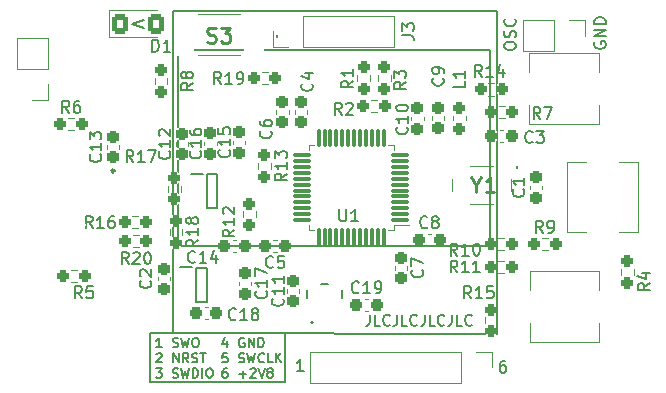
<source format=gto>
G04 #@! TF.GenerationSoftware,KiCad,Pcbnew,(6.0.2-0)*
G04 #@! TF.CreationDate,2022-02-13T15:07:21-08:00*
G04 #@! TF.ProjectId,TimTime,54696d54-696d-4652-9e6b-696361645f70,rev?*
G04 #@! TF.SameCoordinates,Original*
G04 #@! TF.FileFunction,Legend,Top*
G04 #@! TF.FilePolarity,Positive*
%FSLAX46Y46*%
G04 Gerber Fmt 4.6, Leading zero omitted, Abs format (unit mm)*
G04 Created by KiCad (PCBNEW (6.0.2-0)) date 2022-02-13 15:07:21*
%MOMM*%
%LPD*%
G01*
G04 APERTURE LIST*
G04 Aperture macros list*
%AMRoundRect*
0 Rectangle with rounded corners*
0 $1 Rounding radius*
0 $2 $3 $4 $5 $6 $7 $8 $9 X,Y pos of 4 corners*
0 Add a 4 corners polygon primitive as box body*
4,1,4,$2,$3,$4,$5,$6,$7,$8,$9,$2,$3,0*
0 Add four circle primitives for the rounded corners*
1,1,$1+$1,$2,$3*
1,1,$1+$1,$4,$5*
1,1,$1+$1,$6,$7*
1,1,$1+$1,$8,$9*
0 Add four rect primitives between the rounded corners*
20,1,$1+$1,$2,$3,$4,$5,0*
20,1,$1+$1,$4,$5,$6,$7,0*
20,1,$1+$1,$6,$7,$8,$9,0*
20,1,$1+$1,$8,$9,$2,$3,0*%
G04 Aperture macros list end*
%ADD10C,0.150000*%
%ADD11C,0.200000*%
%ADD12C,0.153000*%
%ADD13C,0.140000*%
%ADD14C,0.254000*%
%ADD15C,0.100000*%
%ADD16C,0.120000*%
%ADD17C,0.127000*%
%ADD18R,1.200000X1.000000*%
%ADD19RoundRect,0.237500X0.237500X-0.300000X0.237500X0.300000X-0.237500X0.300000X-0.237500X-0.300000X0*%
%ADD20RoundRect,0.237500X0.300000X0.237500X-0.300000X0.237500X-0.300000X-0.237500X0.300000X-0.237500X0*%
%ADD21RoundRect,0.237500X-0.237500X0.300000X-0.237500X-0.300000X0.237500X-0.300000X0.237500X0.300000X0*%
%ADD22RoundRect,0.237500X-0.300000X-0.237500X0.300000X-0.237500X0.300000X0.237500X-0.300000X0.237500X0*%
%ADD23R,1.050000X0.550000*%
%ADD24RoundRect,0.237500X0.250000X0.237500X-0.250000X0.237500X-0.250000X-0.237500X0.250000X-0.237500X0*%
%ADD25RoundRect,0.237500X-0.250000X-0.237500X0.250000X-0.237500X0.250000X0.237500X-0.250000X0.237500X0*%
%ADD26RoundRect,0.237500X-0.237500X0.250000X-0.237500X-0.250000X0.237500X-0.250000X0.237500X0.250000X0*%
%ADD27RoundRect,0.237500X0.237500X-0.250000X0.237500X0.250000X-0.237500X0.250000X-0.237500X-0.250000X0*%
%ADD28R,2.000000X2.000000*%
%ADD29R,1.700000X3.700000*%
%ADD30C,1.200000*%
%ADD31O,2.616000X1.308000*%
%ADD32O,1.308000X2.616000*%
%ADD33RoundRect,0.250001X-0.462499X-0.624999X0.462499X-0.624999X0.462499X0.624999X-0.462499X0.624999X0*%
%ADD34R,0.800000X0.300000*%
%ADD35R,1.750000X2.480000*%
%ADD36C,0.650000*%
%ADD37O,2.216000X1.108000*%
%ADD38R,1.700000X1.700000*%
%ADD39O,1.700000X1.700000*%
%ADD40RoundRect,0.237500X0.237500X-0.287500X0.237500X0.287500X-0.237500X0.287500X-0.237500X-0.287500X0*%
%ADD41RoundRect,0.075000X0.662500X0.075000X-0.662500X0.075000X-0.662500X-0.075000X0.662500X-0.075000X0*%
%ADD42RoundRect,0.075000X0.075000X0.662500X-0.075000X0.662500X-0.075000X-0.662500X0.075000X-0.662500X0*%
%ADD43R,0.590000X1.210000*%
%ADD44C,0.800000*%
%ADD45C,6.400000*%
G04 APERTURE END LIST*
D10*
X121604019Y-90909733D02*
X120604019Y-90576400D01*
X121604019Y-90243066D01*
D11*
X159774000Y-92100304D02*
X159726380Y-92195542D01*
X159726380Y-92338400D01*
X159774000Y-92481257D01*
X159869238Y-92576495D01*
X159964476Y-92624114D01*
X160154952Y-92671733D01*
X160297809Y-92671733D01*
X160488285Y-92624114D01*
X160583523Y-92576495D01*
X160678761Y-92481257D01*
X160726380Y-92338400D01*
X160726380Y-92243161D01*
X160678761Y-92100304D01*
X160631142Y-92052685D01*
X160297809Y-92052685D01*
X160297809Y-92243161D01*
X160726380Y-91624114D02*
X159726380Y-91624114D01*
X160726380Y-91052685D01*
X159726380Y-91052685D01*
X160726380Y-90576495D02*
X159726380Y-90576495D01*
X159726380Y-90338400D01*
X159774000Y-90195542D01*
X159869238Y-90100304D01*
X159964476Y-90052685D01*
X160154952Y-90005066D01*
X160297809Y-90005066D01*
X160488285Y-90052685D01*
X160583523Y-90100304D01*
X160678761Y-90195542D01*
X160726380Y-90338400D01*
X160726380Y-90576495D01*
D12*
X150940000Y-92769000D02*
X150940000Y-109406000D01*
D13*
X140749857Y-115204142D02*
X140749857Y-115847000D01*
X140707000Y-115975571D01*
X140621285Y-116061285D01*
X140492714Y-116104142D01*
X140407000Y-116104142D01*
X141607000Y-116104142D02*
X141178428Y-116104142D01*
X141178428Y-115204142D01*
X142421285Y-116018428D02*
X142378428Y-116061285D01*
X142249857Y-116104142D01*
X142164142Y-116104142D01*
X142035571Y-116061285D01*
X141949857Y-115975571D01*
X141907000Y-115889857D01*
X141864142Y-115718428D01*
X141864142Y-115589857D01*
X141907000Y-115418428D01*
X141949857Y-115332714D01*
X142035571Y-115247000D01*
X142164142Y-115204142D01*
X142249857Y-115204142D01*
X142378428Y-115247000D01*
X142421285Y-115289857D01*
X143064142Y-115204142D02*
X143064142Y-115847000D01*
X143021285Y-115975571D01*
X142935571Y-116061285D01*
X142807000Y-116104142D01*
X142721285Y-116104142D01*
X143921285Y-116104142D02*
X143492714Y-116104142D01*
X143492714Y-115204142D01*
X144735571Y-116018428D02*
X144692714Y-116061285D01*
X144564142Y-116104142D01*
X144478428Y-116104142D01*
X144349857Y-116061285D01*
X144264142Y-115975571D01*
X144221285Y-115889857D01*
X144178428Y-115718428D01*
X144178428Y-115589857D01*
X144221285Y-115418428D01*
X144264142Y-115332714D01*
X144349857Y-115247000D01*
X144478428Y-115204142D01*
X144564142Y-115204142D01*
X144692714Y-115247000D01*
X144735571Y-115289857D01*
X145378428Y-115204142D02*
X145378428Y-115847000D01*
X145335571Y-115975571D01*
X145249857Y-116061285D01*
X145121285Y-116104142D01*
X145035571Y-116104142D01*
X146235571Y-116104142D02*
X145807000Y-116104142D01*
X145807000Y-115204142D01*
X147049857Y-116018428D02*
X147007000Y-116061285D01*
X146878428Y-116104142D01*
X146792714Y-116104142D01*
X146664142Y-116061285D01*
X146578428Y-115975571D01*
X146535571Y-115889857D01*
X146492714Y-115718428D01*
X146492714Y-115589857D01*
X146535571Y-115418428D01*
X146578428Y-115332714D01*
X146664142Y-115247000D01*
X146792714Y-115204142D01*
X146878428Y-115204142D01*
X147007000Y-115247000D01*
X147049857Y-115289857D01*
X147692714Y-115204142D02*
X147692714Y-115847000D01*
X147649857Y-115975571D01*
X147564142Y-116061285D01*
X147435571Y-116104142D01*
X147349857Y-116104142D01*
X148549857Y-116104142D02*
X148121285Y-116104142D01*
X148121285Y-115204142D01*
X149364142Y-116018428D02*
X149321285Y-116061285D01*
X149192714Y-116104142D01*
X149107000Y-116104142D01*
X148978428Y-116061285D01*
X148892714Y-115975571D01*
X148849857Y-115889857D01*
X148807000Y-115718428D01*
X148807000Y-115589857D01*
X148849857Y-115418428D01*
X148892714Y-115332714D01*
X148978428Y-115247000D01*
X149107000Y-115204142D01*
X149192714Y-115204142D01*
X149321285Y-115247000D01*
X149364142Y-115289857D01*
D12*
X124500000Y-92781000D02*
X150940000Y-92769000D01*
X124500000Y-109381000D02*
X124500000Y-92781000D01*
X150940000Y-109406000D02*
X124500000Y-109381000D01*
X124078000Y-89486000D02*
X124079000Y-116713000D01*
X151478000Y-89486000D02*
X124078000Y-89486000D01*
X151478000Y-116786000D02*
X151478000Y-89486000D01*
X124079000Y-116713000D02*
X151478000Y-116786000D01*
X122174000Y-120904000D02*
X122174000Y-116713000D01*
X133604000Y-120904000D02*
X122174000Y-120904000D01*
X133604000Y-116713000D02*
X133604000Y-120904000D01*
X122174000Y-116713000D02*
X133604000Y-116713000D01*
D10*
X152106380Y-92511428D02*
X152106380Y-92320952D01*
X152154000Y-92225714D01*
X152249238Y-92130476D01*
X152439714Y-92082857D01*
X152773047Y-92082857D01*
X152963523Y-92130476D01*
X153058761Y-92225714D01*
X153106380Y-92320952D01*
X153106380Y-92511428D01*
X153058761Y-92606666D01*
X152963523Y-92701904D01*
X152773047Y-92749523D01*
X152439714Y-92749523D01*
X152249238Y-92701904D01*
X152154000Y-92606666D01*
X152106380Y-92511428D01*
X153058761Y-91701904D02*
X153106380Y-91559047D01*
X153106380Y-91320952D01*
X153058761Y-91225714D01*
X153011142Y-91178095D01*
X152915904Y-91130476D01*
X152820666Y-91130476D01*
X152725428Y-91178095D01*
X152677809Y-91225714D01*
X152630190Y-91320952D01*
X152582571Y-91511428D01*
X152534952Y-91606666D01*
X152487333Y-91654285D01*
X152392095Y-91701904D01*
X152296857Y-91701904D01*
X152201619Y-91654285D01*
X152154000Y-91606666D01*
X152106380Y-91511428D01*
X152106380Y-91273333D01*
X152154000Y-91130476D01*
X153011142Y-90130476D02*
X153058761Y-90178095D01*
X153106380Y-90320952D01*
X153106380Y-90416190D01*
X153058761Y-90559047D01*
X152963523Y-90654285D01*
X152868285Y-90701904D01*
X152677809Y-90749523D01*
X152534952Y-90749523D01*
X152344476Y-90701904D01*
X152249238Y-90654285D01*
X152154000Y-90559047D01*
X152106380Y-90416190D01*
X152106380Y-90320952D01*
X152154000Y-90178095D01*
X152201619Y-90130476D01*
X152209476Y-119086380D02*
X152019000Y-119086380D01*
X151923761Y-119134000D01*
X151876142Y-119181619D01*
X151780904Y-119324476D01*
X151733285Y-119514952D01*
X151733285Y-119895904D01*
X151780904Y-119991142D01*
X151828523Y-120038761D01*
X151923761Y-120086380D01*
X152114238Y-120086380D01*
X152209476Y-120038761D01*
X152257095Y-119991142D01*
X152304714Y-119895904D01*
X152304714Y-119657809D01*
X152257095Y-119562571D01*
X152209476Y-119514952D01*
X152114238Y-119467333D01*
X151923761Y-119467333D01*
X151828523Y-119514952D01*
X151780904Y-119562571D01*
X151733285Y-119657809D01*
X135159714Y-119959380D02*
X134588285Y-119959380D01*
X134874000Y-119959380D02*
X134874000Y-118959380D01*
X134778761Y-119102238D01*
X134683523Y-119197476D01*
X134588285Y-119245095D01*
D12*
X128648783Y-117412571D02*
X128648783Y-117945904D01*
X128458307Y-117107809D02*
X128267830Y-117679238D01*
X128763069Y-117679238D01*
X130096402Y-117184000D02*
X130020211Y-117145904D01*
X129905926Y-117145904D01*
X129791640Y-117184000D01*
X129715450Y-117260190D01*
X129677354Y-117336380D01*
X129639259Y-117488761D01*
X129639259Y-117603047D01*
X129677354Y-117755428D01*
X129715450Y-117831619D01*
X129791640Y-117907809D01*
X129905926Y-117945904D01*
X129982116Y-117945904D01*
X130096402Y-117907809D01*
X130134497Y-117869714D01*
X130134497Y-117603047D01*
X129982116Y-117603047D01*
X130477354Y-117945904D02*
X130477354Y-117145904D01*
X130934497Y-117945904D01*
X130934497Y-117145904D01*
X131315450Y-117945904D02*
X131315450Y-117145904D01*
X131505926Y-117145904D01*
X131620211Y-117184000D01*
X131696402Y-117260190D01*
X131734497Y-117336380D01*
X131772592Y-117488761D01*
X131772592Y-117603047D01*
X131734497Y-117755428D01*
X131696402Y-117831619D01*
X131620211Y-117907809D01*
X131505926Y-117945904D01*
X131315450Y-117945904D01*
X128686878Y-118433904D02*
X128305926Y-118433904D01*
X128267830Y-118814857D01*
X128305926Y-118776761D01*
X128382116Y-118738666D01*
X128572592Y-118738666D01*
X128648783Y-118776761D01*
X128686878Y-118814857D01*
X128724973Y-118891047D01*
X128724973Y-119081523D01*
X128686878Y-119157714D01*
X128648783Y-119195809D01*
X128572592Y-119233904D01*
X128382116Y-119233904D01*
X128305926Y-119195809D01*
X128267830Y-119157714D01*
X129639259Y-119195809D02*
X129753545Y-119233904D01*
X129944021Y-119233904D01*
X130020211Y-119195809D01*
X130058307Y-119157714D01*
X130096402Y-119081523D01*
X130096402Y-119005333D01*
X130058307Y-118929142D01*
X130020211Y-118891047D01*
X129944021Y-118852952D01*
X129791640Y-118814857D01*
X129715450Y-118776761D01*
X129677354Y-118738666D01*
X129639259Y-118662476D01*
X129639259Y-118586285D01*
X129677354Y-118510095D01*
X129715450Y-118472000D01*
X129791640Y-118433904D01*
X129982116Y-118433904D01*
X130096402Y-118472000D01*
X130363069Y-118433904D02*
X130553545Y-119233904D01*
X130705926Y-118662476D01*
X130858307Y-119233904D01*
X131048783Y-118433904D01*
X131810688Y-119157714D02*
X131772592Y-119195809D01*
X131658307Y-119233904D01*
X131582116Y-119233904D01*
X131467830Y-119195809D01*
X131391640Y-119119619D01*
X131353545Y-119043428D01*
X131315450Y-118891047D01*
X131315450Y-118776761D01*
X131353545Y-118624380D01*
X131391640Y-118548190D01*
X131467830Y-118472000D01*
X131582116Y-118433904D01*
X131658307Y-118433904D01*
X131772592Y-118472000D01*
X131810688Y-118510095D01*
X132534497Y-119233904D02*
X132153545Y-119233904D01*
X132153545Y-118433904D01*
X132801164Y-119233904D02*
X132801164Y-118433904D01*
X133258307Y-119233904D02*
X132915450Y-118776761D01*
X133258307Y-118433904D02*
X132801164Y-118891047D01*
X128648783Y-119721904D02*
X128496402Y-119721904D01*
X128420211Y-119760000D01*
X128382116Y-119798095D01*
X128305926Y-119912380D01*
X128267830Y-120064761D01*
X128267830Y-120369523D01*
X128305926Y-120445714D01*
X128344021Y-120483809D01*
X128420211Y-120521904D01*
X128572592Y-120521904D01*
X128648783Y-120483809D01*
X128686878Y-120445714D01*
X128724973Y-120369523D01*
X128724973Y-120179047D01*
X128686878Y-120102857D01*
X128648783Y-120064761D01*
X128572592Y-120026666D01*
X128420211Y-120026666D01*
X128344021Y-120064761D01*
X128305926Y-120102857D01*
X128267830Y-120179047D01*
X129677354Y-120217142D02*
X130286878Y-120217142D01*
X129982116Y-120521904D02*
X129982116Y-119912380D01*
X130629735Y-119798095D02*
X130667830Y-119760000D01*
X130744021Y-119721904D01*
X130934497Y-119721904D01*
X131010688Y-119760000D01*
X131048783Y-119798095D01*
X131086878Y-119874285D01*
X131086878Y-119950476D01*
X131048783Y-120064761D01*
X130591640Y-120521904D01*
X131086878Y-120521904D01*
X131315450Y-119721904D02*
X131582116Y-120521904D01*
X131848783Y-119721904D01*
X132229735Y-120064761D02*
X132153545Y-120026666D01*
X132115450Y-119988571D01*
X132077354Y-119912380D01*
X132077354Y-119874285D01*
X132115450Y-119798095D01*
X132153545Y-119760000D01*
X132229735Y-119721904D01*
X132382116Y-119721904D01*
X132458307Y-119760000D01*
X132496402Y-119798095D01*
X132534497Y-119874285D01*
X132534497Y-119912380D01*
X132496402Y-119988571D01*
X132458307Y-120026666D01*
X132382116Y-120064761D01*
X132229735Y-120064761D01*
X132153545Y-120102857D01*
X132115450Y-120140952D01*
X132077354Y-120217142D01*
X132077354Y-120369523D01*
X132115450Y-120445714D01*
X132153545Y-120483809D01*
X132229735Y-120521904D01*
X132382116Y-120521904D01*
X132458307Y-120483809D01*
X132496402Y-120445714D01*
X132534497Y-120369523D01*
X132534497Y-120217142D01*
X132496402Y-120140952D01*
X132458307Y-120102857D01*
X132382116Y-120064761D01*
X123136973Y-117945904D02*
X122679830Y-117945904D01*
X122908402Y-117945904D02*
X122908402Y-117145904D01*
X122832211Y-117260190D01*
X122756021Y-117336380D01*
X122679830Y-117374476D01*
X124051259Y-117907809D02*
X124165545Y-117945904D01*
X124356021Y-117945904D01*
X124432211Y-117907809D01*
X124470307Y-117869714D01*
X124508402Y-117793523D01*
X124508402Y-117717333D01*
X124470307Y-117641142D01*
X124432211Y-117603047D01*
X124356021Y-117564952D01*
X124203640Y-117526857D01*
X124127450Y-117488761D01*
X124089354Y-117450666D01*
X124051259Y-117374476D01*
X124051259Y-117298285D01*
X124089354Y-117222095D01*
X124127450Y-117184000D01*
X124203640Y-117145904D01*
X124394116Y-117145904D01*
X124508402Y-117184000D01*
X124775069Y-117145904D02*
X124965545Y-117945904D01*
X125117926Y-117374476D01*
X125270307Y-117945904D01*
X125460783Y-117145904D01*
X125917926Y-117145904D02*
X126070307Y-117145904D01*
X126146497Y-117184000D01*
X126222688Y-117260190D01*
X126260783Y-117412571D01*
X126260783Y-117679238D01*
X126222688Y-117831619D01*
X126146497Y-117907809D01*
X126070307Y-117945904D01*
X125917926Y-117945904D01*
X125841735Y-117907809D01*
X125765545Y-117831619D01*
X125727450Y-117679238D01*
X125727450Y-117412571D01*
X125765545Y-117260190D01*
X125841735Y-117184000D01*
X125917926Y-117145904D01*
X122679830Y-118510095D02*
X122717926Y-118472000D01*
X122794116Y-118433904D01*
X122984592Y-118433904D01*
X123060783Y-118472000D01*
X123098878Y-118510095D01*
X123136973Y-118586285D01*
X123136973Y-118662476D01*
X123098878Y-118776761D01*
X122641735Y-119233904D01*
X123136973Y-119233904D01*
X124089354Y-119233904D02*
X124089354Y-118433904D01*
X124546497Y-119233904D01*
X124546497Y-118433904D01*
X125384592Y-119233904D02*
X125117926Y-118852952D01*
X124927450Y-119233904D02*
X124927450Y-118433904D01*
X125232211Y-118433904D01*
X125308402Y-118472000D01*
X125346497Y-118510095D01*
X125384592Y-118586285D01*
X125384592Y-118700571D01*
X125346497Y-118776761D01*
X125308402Y-118814857D01*
X125232211Y-118852952D01*
X124927450Y-118852952D01*
X125689354Y-119195809D02*
X125803640Y-119233904D01*
X125994116Y-119233904D01*
X126070307Y-119195809D01*
X126108402Y-119157714D01*
X126146497Y-119081523D01*
X126146497Y-119005333D01*
X126108402Y-118929142D01*
X126070307Y-118891047D01*
X125994116Y-118852952D01*
X125841735Y-118814857D01*
X125765545Y-118776761D01*
X125727450Y-118738666D01*
X125689354Y-118662476D01*
X125689354Y-118586285D01*
X125727450Y-118510095D01*
X125765545Y-118472000D01*
X125841735Y-118433904D01*
X126032211Y-118433904D01*
X126146497Y-118472000D01*
X126375069Y-118433904D02*
X126832211Y-118433904D01*
X126603640Y-119233904D02*
X126603640Y-118433904D01*
X122641735Y-119721904D02*
X123136973Y-119721904D01*
X122870307Y-120026666D01*
X122984592Y-120026666D01*
X123060783Y-120064761D01*
X123098878Y-120102857D01*
X123136973Y-120179047D01*
X123136973Y-120369523D01*
X123098878Y-120445714D01*
X123060783Y-120483809D01*
X122984592Y-120521904D01*
X122756021Y-120521904D01*
X122679830Y-120483809D01*
X122641735Y-120445714D01*
X124051259Y-120483809D02*
X124165545Y-120521904D01*
X124356021Y-120521904D01*
X124432211Y-120483809D01*
X124470307Y-120445714D01*
X124508402Y-120369523D01*
X124508402Y-120293333D01*
X124470307Y-120217142D01*
X124432211Y-120179047D01*
X124356021Y-120140952D01*
X124203640Y-120102857D01*
X124127450Y-120064761D01*
X124089354Y-120026666D01*
X124051259Y-119950476D01*
X124051259Y-119874285D01*
X124089354Y-119798095D01*
X124127450Y-119760000D01*
X124203640Y-119721904D01*
X124394116Y-119721904D01*
X124508402Y-119760000D01*
X124775069Y-119721904D02*
X124965545Y-120521904D01*
X125117926Y-119950476D01*
X125270307Y-120521904D01*
X125460783Y-119721904D01*
X125765545Y-120521904D02*
X125765545Y-119721904D01*
X125956021Y-119721904D01*
X126070307Y-119760000D01*
X126146497Y-119836190D01*
X126184592Y-119912380D01*
X126222688Y-120064761D01*
X126222688Y-120179047D01*
X126184592Y-120331428D01*
X126146497Y-120407619D01*
X126070307Y-120483809D01*
X125956021Y-120521904D01*
X125765545Y-120521904D01*
X126565545Y-120521904D02*
X126565545Y-119721904D01*
X127098878Y-119721904D02*
X127251259Y-119721904D01*
X127327450Y-119760000D01*
X127403640Y-119836190D01*
X127441735Y-119988571D01*
X127441735Y-120255238D01*
X127403640Y-120407619D01*
X127327450Y-120483809D01*
X127251259Y-120521904D01*
X127098878Y-120521904D01*
X127022688Y-120483809D01*
X126946497Y-120407619D01*
X126908402Y-120255238D01*
X126908402Y-119988571D01*
X126946497Y-119836190D01*
X127022688Y-119760000D01*
X127098878Y-119721904D01*
D14*
G04 #@! TO.C,Y1*
X149773238Y-104206761D02*
X149773238Y-104811523D01*
X149349904Y-103541523D02*
X149773238Y-104206761D01*
X150196571Y-103541523D01*
X151285142Y-104811523D02*
X150559428Y-104811523D01*
X150922285Y-104811523D02*
X150922285Y-103541523D01*
X150801333Y-103722952D01*
X150680380Y-103843904D01*
X150559428Y-103904380D01*
D10*
G04 #@! TO.C,C1*
X153740142Y-104574666D02*
X153787761Y-104622285D01*
X153835380Y-104765142D01*
X153835380Y-104860380D01*
X153787761Y-105003238D01*
X153692523Y-105098476D01*
X153597285Y-105146095D01*
X153406809Y-105193714D01*
X153263952Y-105193714D01*
X153073476Y-105146095D01*
X152978238Y-105098476D01*
X152883000Y-105003238D01*
X152835380Y-104860380D01*
X152835380Y-104765142D01*
X152883000Y-104622285D01*
X152930619Y-104574666D01*
X153835380Y-103622285D02*
X153835380Y-104193714D01*
X153835380Y-103908000D02*
X152835380Y-103908000D01*
X152978238Y-104003238D01*
X153073476Y-104098476D01*
X153121095Y-104193714D01*
G04 #@! TO.C,C3*
X154519333Y-100534742D02*
X154471714Y-100582361D01*
X154328857Y-100629980D01*
X154233619Y-100629980D01*
X154090761Y-100582361D01*
X153995523Y-100487123D01*
X153947904Y-100391885D01*
X153900285Y-100201409D01*
X153900285Y-100058552D01*
X153947904Y-99868076D01*
X153995523Y-99772838D01*
X154090761Y-99677600D01*
X154233619Y-99629980D01*
X154328857Y-99629980D01*
X154471714Y-99677600D01*
X154519333Y-99725219D01*
X154852666Y-99629980D02*
X155471714Y-99629980D01*
X155138380Y-100010933D01*
X155281238Y-100010933D01*
X155376476Y-100058552D01*
X155424095Y-100106171D01*
X155471714Y-100201409D01*
X155471714Y-100439504D01*
X155424095Y-100534742D01*
X155376476Y-100582361D01*
X155281238Y-100629980D01*
X154995523Y-100629980D01*
X154900285Y-100582361D01*
X154852666Y-100534742D01*
G04 #@! TO.C,C4*
X135840742Y-95619866D02*
X135888361Y-95667485D01*
X135935980Y-95810342D01*
X135935980Y-95905580D01*
X135888361Y-96048438D01*
X135793123Y-96143676D01*
X135697885Y-96191295D01*
X135507409Y-96238914D01*
X135364552Y-96238914D01*
X135174076Y-96191295D01*
X135078838Y-96143676D01*
X134983600Y-96048438D01*
X134935980Y-95905580D01*
X134935980Y-95810342D01*
X134983600Y-95667485D01*
X135031219Y-95619866D01*
X135269314Y-94762723D02*
X135935980Y-94762723D01*
X134888361Y-95000819D02*
X135602647Y-95238914D01*
X135602647Y-94619866D01*
G04 #@! TO.C,C5*
X132562333Y-111134142D02*
X132514714Y-111181761D01*
X132371857Y-111229380D01*
X132276619Y-111229380D01*
X132133761Y-111181761D01*
X132038523Y-111086523D01*
X131990904Y-110991285D01*
X131943285Y-110800809D01*
X131943285Y-110657952D01*
X131990904Y-110467476D01*
X132038523Y-110372238D01*
X132133761Y-110277000D01*
X132276619Y-110229380D01*
X132371857Y-110229380D01*
X132514714Y-110277000D01*
X132562333Y-110324619D01*
X133467095Y-110229380D02*
X132990904Y-110229380D01*
X132943285Y-110705571D01*
X132990904Y-110657952D01*
X133086142Y-110610333D01*
X133324238Y-110610333D01*
X133419476Y-110657952D01*
X133467095Y-110705571D01*
X133514714Y-110800809D01*
X133514714Y-111038904D01*
X133467095Y-111134142D01*
X133419476Y-111181761D01*
X133324238Y-111229380D01*
X133086142Y-111229380D01*
X132990904Y-111181761D01*
X132943285Y-111134142D01*
G04 #@! TO.C,C6*
X132335542Y-99633066D02*
X132383161Y-99680685D01*
X132430780Y-99823542D01*
X132430780Y-99918780D01*
X132383161Y-100061638D01*
X132287923Y-100156876D01*
X132192685Y-100204495D01*
X132002209Y-100252114D01*
X131859352Y-100252114D01*
X131668876Y-100204495D01*
X131573638Y-100156876D01*
X131478400Y-100061638D01*
X131430780Y-99918780D01*
X131430780Y-99823542D01*
X131478400Y-99680685D01*
X131526019Y-99633066D01*
X131430780Y-98775923D02*
X131430780Y-98966400D01*
X131478400Y-99061638D01*
X131526019Y-99109257D01*
X131668876Y-99204495D01*
X131859352Y-99252114D01*
X132240304Y-99252114D01*
X132335542Y-99204495D01*
X132383161Y-99156876D01*
X132430780Y-99061638D01*
X132430780Y-98871161D01*
X132383161Y-98775923D01*
X132335542Y-98728304D01*
X132240304Y-98680685D01*
X132002209Y-98680685D01*
X131906971Y-98728304D01*
X131859352Y-98775923D01*
X131811733Y-98871161D01*
X131811733Y-99061638D01*
X131859352Y-99156876D01*
X131906971Y-99204495D01*
X132002209Y-99252114D01*
G04 #@! TO.C,C7*
X145170142Y-111404666D02*
X145217761Y-111452285D01*
X145265380Y-111595142D01*
X145265380Y-111690380D01*
X145217761Y-111833238D01*
X145122523Y-111928476D01*
X145027285Y-111976095D01*
X144836809Y-112023714D01*
X144693952Y-112023714D01*
X144503476Y-111976095D01*
X144408238Y-111928476D01*
X144313000Y-111833238D01*
X144265380Y-111690380D01*
X144265380Y-111595142D01*
X144313000Y-111452285D01*
X144360619Y-111404666D01*
X144265380Y-111071333D02*
X144265380Y-110404666D01*
X145265380Y-110833238D01*
G04 #@! TO.C,C8*
X145615333Y-107766142D02*
X145567714Y-107813761D01*
X145424857Y-107861380D01*
X145329619Y-107861380D01*
X145186761Y-107813761D01*
X145091523Y-107718523D01*
X145043904Y-107623285D01*
X144996285Y-107432809D01*
X144996285Y-107289952D01*
X145043904Y-107099476D01*
X145091523Y-107004238D01*
X145186761Y-106909000D01*
X145329619Y-106861380D01*
X145424857Y-106861380D01*
X145567714Y-106909000D01*
X145615333Y-106956619D01*
X146186761Y-107289952D02*
X146091523Y-107242333D01*
X146043904Y-107194714D01*
X145996285Y-107099476D01*
X145996285Y-107051857D01*
X146043904Y-106956619D01*
X146091523Y-106909000D01*
X146186761Y-106861380D01*
X146377238Y-106861380D01*
X146472476Y-106909000D01*
X146520095Y-106956619D01*
X146567714Y-107051857D01*
X146567714Y-107099476D01*
X146520095Y-107194714D01*
X146472476Y-107242333D01*
X146377238Y-107289952D01*
X146186761Y-107289952D01*
X146091523Y-107337571D01*
X146043904Y-107385190D01*
X145996285Y-107480428D01*
X145996285Y-107670904D01*
X146043904Y-107766142D01*
X146091523Y-107813761D01*
X146186761Y-107861380D01*
X146377238Y-107861380D01*
X146472476Y-107813761D01*
X146520095Y-107766142D01*
X146567714Y-107670904D01*
X146567714Y-107480428D01*
X146520095Y-107385190D01*
X146472476Y-107337571D01*
X146377238Y-107289952D01*
G04 #@! TO.C,C9*
X146915142Y-95162666D02*
X146962761Y-95210285D01*
X147010380Y-95353142D01*
X147010380Y-95448380D01*
X146962761Y-95591238D01*
X146867523Y-95686476D01*
X146772285Y-95734095D01*
X146581809Y-95781714D01*
X146438952Y-95781714D01*
X146248476Y-95734095D01*
X146153238Y-95686476D01*
X146058000Y-95591238D01*
X146010380Y-95448380D01*
X146010380Y-95353142D01*
X146058000Y-95210285D01*
X146105619Y-95162666D01*
X147010380Y-94686476D02*
X147010380Y-94496000D01*
X146962761Y-94400761D01*
X146915142Y-94353142D01*
X146772285Y-94257904D01*
X146581809Y-94210285D01*
X146200857Y-94210285D01*
X146105619Y-94257904D01*
X146058000Y-94305523D01*
X146010380Y-94400761D01*
X146010380Y-94591238D01*
X146058000Y-94686476D01*
X146105619Y-94734095D01*
X146200857Y-94781714D01*
X146438952Y-94781714D01*
X146534190Y-94734095D01*
X146581809Y-94686476D01*
X146629428Y-94591238D01*
X146629428Y-94400761D01*
X146581809Y-94305523D01*
X146534190Y-94257904D01*
X146438952Y-94210285D01*
G04 #@! TO.C,C10*
X143867142Y-99296457D02*
X143914761Y-99344076D01*
X143962380Y-99486933D01*
X143962380Y-99582171D01*
X143914761Y-99725028D01*
X143819523Y-99820266D01*
X143724285Y-99867885D01*
X143533809Y-99915504D01*
X143390952Y-99915504D01*
X143200476Y-99867885D01*
X143105238Y-99820266D01*
X143010000Y-99725028D01*
X142962380Y-99582171D01*
X142962380Y-99486933D01*
X143010000Y-99344076D01*
X143057619Y-99296457D01*
X143962380Y-98344076D02*
X143962380Y-98915504D01*
X143962380Y-98629790D02*
X142962380Y-98629790D01*
X143105238Y-98725028D01*
X143200476Y-98820266D01*
X143248095Y-98915504D01*
X142962380Y-97725028D02*
X142962380Y-97629790D01*
X143010000Y-97534552D01*
X143057619Y-97486933D01*
X143152857Y-97439314D01*
X143343333Y-97391695D01*
X143581428Y-97391695D01*
X143771904Y-97439314D01*
X143867142Y-97486933D01*
X143914761Y-97534552D01*
X143962380Y-97629790D01*
X143962380Y-97725028D01*
X143914761Y-97820266D01*
X143867142Y-97867885D01*
X143771904Y-97915504D01*
X143581428Y-97963123D01*
X143343333Y-97963123D01*
X143152857Y-97915504D01*
X143057619Y-97867885D01*
X143010000Y-97820266D01*
X142962380Y-97725028D01*
G04 #@! TO.C,C11*
X133351542Y-113825257D02*
X133399161Y-113872876D01*
X133446780Y-114015733D01*
X133446780Y-114110971D01*
X133399161Y-114253828D01*
X133303923Y-114349066D01*
X133208685Y-114396685D01*
X133018209Y-114444304D01*
X132875352Y-114444304D01*
X132684876Y-114396685D01*
X132589638Y-114349066D01*
X132494400Y-114253828D01*
X132446780Y-114110971D01*
X132446780Y-114015733D01*
X132494400Y-113872876D01*
X132542019Y-113825257D01*
X133446780Y-112872876D02*
X133446780Y-113444304D01*
X133446780Y-113158590D02*
X132446780Y-113158590D01*
X132589638Y-113253828D01*
X132684876Y-113349066D01*
X132732495Y-113444304D01*
X133446780Y-111920495D02*
X133446780Y-112491923D01*
X133446780Y-112206209D02*
X132446780Y-112206209D01*
X132589638Y-112301447D01*
X132684876Y-112396685D01*
X132732495Y-112491923D01*
G04 #@! TO.C,C12*
X123768142Y-101367857D02*
X123815761Y-101415476D01*
X123863380Y-101558333D01*
X123863380Y-101653571D01*
X123815761Y-101796428D01*
X123720523Y-101891666D01*
X123625285Y-101939285D01*
X123434809Y-101986904D01*
X123291952Y-101986904D01*
X123101476Y-101939285D01*
X123006238Y-101891666D01*
X122911000Y-101796428D01*
X122863380Y-101653571D01*
X122863380Y-101558333D01*
X122911000Y-101415476D01*
X122958619Y-101367857D01*
X123863380Y-100415476D02*
X123863380Y-100986904D01*
X123863380Y-100701190D02*
X122863380Y-100701190D01*
X123006238Y-100796428D01*
X123101476Y-100891666D01*
X123149095Y-100986904D01*
X122958619Y-100034523D02*
X122911000Y-99986904D01*
X122863380Y-99891666D01*
X122863380Y-99653571D01*
X122911000Y-99558333D01*
X122958619Y-99510714D01*
X123053857Y-99463095D01*
X123149095Y-99463095D01*
X123291952Y-99510714D01*
X123863380Y-100082142D01*
X123863380Y-99463095D01*
G04 #@! TO.C,C13*
X117926142Y-101621857D02*
X117973761Y-101669476D01*
X118021380Y-101812333D01*
X118021380Y-101907571D01*
X117973761Y-102050428D01*
X117878523Y-102145666D01*
X117783285Y-102193285D01*
X117592809Y-102240904D01*
X117449952Y-102240904D01*
X117259476Y-102193285D01*
X117164238Y-102145666D01*
X117069000Y-102050428D01*
X117021380Y-101907571D01*
X117021380Y-101812333D01*
X117069000Y-101669476D01*
X117116619Y-101621857D01*
X118021380Y-100669476D02*
X118021380Y-101240904D01*
X118021380Y-100955190D02*
X117021380Y-100955190D01*
X117164238Y-101050428D01*
X117259476Y-101145666D01*
X117307095Y-101240904D01*
X117021380Y-100336142D02*
X117021380Y-99717095D01*
X117402333Y-100050428D01*
X117402333Y-99907571D01*
X117449952Y-99812333D01*
X117497571Y-99764714D01*
X117592809Y-99717095D01*
X117830904Y-99717095D01*
X117926142Y-99764714D01*
X117973761Y-99812333D01*
X118021380Y-99907571D01*
X118021380Y-100193285D01*
X117973761Y-100288523D01*
X117926142Y-100336142D01*
G04 #@! TO.C,C14*
X125950742Y-110694742D02*
X125903123Y-110742361D01*
X125760266Y-110789980D01*
X125665028Y-110789980D01*
X125522171Y-110742361D01*
X125426933Y-110647123D01*
X125379314Y-110551885D01*
X125331695Y-110361409D01*
X125331695Y-110218552D01*
X125379314Y-110028076D01*
X125426933Y-109932838D01*
X125522171Y-109837600D01*
X125665028Y-109789980D01*
X125760266Y-109789980D01*
X125903123Y-109837600D01*
X125950742Y-109885219D01*
X126903123Y-110789980D02*
X126331695Y-110789980D01*
X126617409Y-110789980D02*
X126617409Y-109789980D01*
X126522171Y-109932838D01*
X126426933Y-110028076D01*
X126331695Y-110075695D01*
X127760266Y-110123314D02*
X127760266Y-110789980D01*
X127522171Y-109742361D02*
X127284076Y-110456647D01*
X127903123Y-110456647D01*
G04 #@! TO.C,C15*
X128830342Y-101226857D02*
X128877961Y-101274476D01*
X128925580Y-101417333D01*
X128925580Y-101512571D01*
X128877961Y-101655428D01*
X128782723Y-101750666D01*
X128687485Y-101798285D01*
X128497009Y-101845904D01*
X128354152Y-101845904D01*
X128163676Y-101798285D01*
X128068438Y-101750666D01*
X127973200Y-101655428D01*
X127925580Y-101512571D01*
X127925580Y-101417333D01*
X127973200Y-101274476D01*
X128020819Y-101226857D01*
X128925580Y-100274476D02*
X128925580Y-100845904D01*
X128925580Y-100560190D02*
X127925580Y-100560190D01*
X128068438Y-100655428D01*
X128163676Y-100750666D01*
X128211295Y-100845904D01*
X127925580Y-99369714D02*
X127925580Y-99845904D01*
X128401771Y-99893523D01*
X128354152Y-99845904D01*
X128306533Y-99750666D01*
X128306533Y-99512571D01*
X128354152Y-99417333D01*
X128401771Y-99369714D01*
X128497009Y-99322095D01*
X128735104Y-99322095D01*
X128830342Y-99369714D01*
X128877961Y-99417333D01*
X128925580Y-99512571D01*
X128925580Y-99750666D01*
X128877961Y-99845904D01*
X128830342Y-99893523D01*
G04 #@! TO.C,C16*
X126391942Y-101339857D02*
X126439561Y-101387476D01*
X126487180Y-101530333D01*
X126487180Y-101625571D01*
X126439561Y-101768428D01*
X126344323Y-101863666D01*
X126249085Y-101911285D01*
X126058609Y-101958904D01*
X125915752Y-101958904D01*
X125725276Y-101911285D01*
X125630038Y-101863666D01*
X125534800Y-101768428D01*
X125487180Y-101625571D01*
X125487180Y-101530333D01*
X125534800Y-101387476D01*
X125582419Y-101339857D01*
X126487180Y-100387476D02*
X126487180Y-100958904D01*
X126487180Y-100673190D02*
X125487180Y-100673190D01*
X125630038Y-100768428D01*
X125725276Y-100863666D01*
X125772895Y-100958904D01*
X125487180Y-99530333D02*
X125487180Y-99720809D01*
X125534800Y-99816047D01*
X125582419Y-99863666D01*
X125725276Y-99958904D01*
X125915752Y-100006523D01*
X126296704Y-100006523D01*
X126391942Y-99958904D01*
X126439561Y-99911285D01*
X126487180Y-99816047D01*
X126487180Y-99625571D01*
X126439561Y-99530333D01*
X126391942Y-99482714D01*
X126296704Y-99435095D01*
X126058609Y-99435095D01*
X125963371Y-99482714D01*
X125915752Y-99530333D01*
X125868133Y-99625571D01*
X125868133Y-99816047D01*
X125915752Y-99911285D01*
X125963371Y-99958904D01*
X126058609Y-100006523D01*
G04 #@! TO.C,C19*
X139820242Y-113277942D02*
X139772623Y-113325561D01*
X139629766Y-113373180D01*
X139534528Y-113373180D01*
X139391671Y-113325561D01*
X139296433Y-113230323D01*
X139248814Y-113135085D01*
X139201195Y-112944609D01*
X139201195Y-112801752D01*
X139248814Y-112611276D01*
X139296433Y-112516038D01*
X139391671Y-112420800D01*
X139534528Y-112373180D01*
X139629766Y-112373180D01*
X139772623Y-112420800D01*
X139820242Y-112468419D01*
X140772623Y-113373180D02*
X140201195Y-113373180D01*
X140486909Y-113373180D02*
X140486909Y-112373180D01*
X140391671Y-112516038D01*
X140296433Y-112611276D01*
X140201195Y-112658895D01*
X141248814Y-113373180D02*
X141439290Y-113373180D01*
X141534528Y-113325561D01*
X141582147Y-113277942D01*
X141677385Y-113135085D01*
X141725004Y-112944609D01*
X141725004Y-112563657D01*
X141677385Y-112468419D01*
X141629766Y-112420800D01*
X141534528Y-112373180D01*
X141344052Y-112373180D01*
X141248814Y-112420800D01*
X141201195Y-112468419D01*
X141153576Y-112563657D01*
X141153576Y-112801752D01*
X141201195Y-112896990D01*
X141248814Y-112944609D01*
X141344052Y-112992228D01*
X141534528Y-112992228D01*
X141629766Y-112944609D01*
X141677385Y-112896990D01*
X141725004Y-112801752D01*
G04 #@! TO.C,R7*
X155179733Y-98597980D02*
X154846400Y-98121790D01*
X154608304Y-98597980D02*
X154608304Y-97597980D01*
X154989257Y-97597980D01*
X155084495Y-97645600D01*
X155132114Y-97693219D01*
X155179733Y-97788457D01*
X155179733Y-97931314D01*
X155132114Y-98026552D01*
X155084495Y-98074171D01*
X154989257Y-98121790D01*
X154608304Y-98121790D01*
X155513066Y-97597980D02*
X156179733Y-97597980D01*
X155751161Y-98597980D01*
G04 #@! TO.C,R6*
X115290333Y-98082380D02*
X114957000Y-97606190D01*
X114718904Y-98082380D02*
X114718904Y-97082380D01*
X115099857Y-97082380D01*
X115195095Y-97130000D01*
X115242714Y-97177619D01*
X115290333Y-97272857D01*
X115290333Y-97415714D01*
X115242714Y-97510952D01*
X115195095Y-97558571D01*
X115099857Y-97606190D01*
X114718904Y-97606190D01*
X116147476Y-97082380D02*
X115957000Y-97082380D01*
X115861761Y-97130000D01*
X115814142Y-97177619D01*
X115718904Y-97320476D01*
X115671285Y-97510952D01*
X115671285Y-97891904D01*
X115718904Y-97987142D01*
X115766523Y-98034761D01*
X115861761Y-98082380D01*
X116052238Y-98082380D01*
X116147476Y-98034761D01*
X116195095Y-97987142D01*
X116242714Y-97891904D01*
X116242714Y-97653809D01*
X116195095Y-97558571D01*
X116147476Y-97510952D01*
X116052238Y-97463333D01*
X115861761Y-97463333D01*
X115766523Y-97510952D01*
X115718904Y-97558571D01*
X115671285Y-97653809D01*
G04 #@! TO.C,R5*
X116368533Y-113787180D02*
X116035200Y-113310990D01*
X115797104Y-113787180D02*
X115797104Y-112787180D01*
X116178057Y-112787180D01*
X116273295Y-112834800D01*
X116320914Y-112882419D01*
X116368533Y-112977657D01*
X116368533Y-113120514D01*
X116320914Y-113215752D01*
X116273295Y-113263371D01*
X116178057Y-113310990D01*
X115797104Y-113310990D01*
X117273295Y-112787180D02*
X116797104Y-112787180D01*
X116749485Y-113263371D01*
X116797104Y-113215752D01*
X116892342Y-113168133D01*
X117130438Y-113168133D01*
X117225676Y-113215752D01*
X117273295Y-113263371D01*
X117320914Y-113358609D01*
X117320914Y-113596704D01*
X117273295Y-113691942D01*
X117225676Y-113739561D01*
X117130438Y-113787180D01*
X116892342Y-113787180D01*
X116797104Y-113739561D01*
X116749485Y-113691942D01*
G04 #@! TO.C,R1*
X139339580Y-95365866D02*
X138863390Y-95699200D01*
X139339580Y-95937295D02*
X138339580Y-95937295D01*
X138339580Y-95556342D01*
X138387200Y-95461104D01*
X138434819Y-95413485D01*
X138530057Y-95365866D01*
X138672914Y-95365866D01*
X138768152Y-95413485D01*
X138815771Y-95461104D01*
X138863390Y-95556342D01*
X138863390Y-95937295D01*
X139339580Y-94413485D02*
X139339580Y-94984914D01*
X139339580Y-94699200D02*
X138339580Y-94699200D01*
X138482438Y-94794438D01*
X138577676Y-94889676D01*
X138625295Y-94984914D01*
G04 #@! TO.C,R2*
X138364933Y-98242380D02*
X138031600Y-97766190D01*
X137793504Y-98242380D02*
X137793504Y-97242380D01*
X138174457Y-97242380D01*
X138269695Y-97290000D01*
X138317314Y-97337619D01*
X138364933Y-97432857D01*
X138364933Y-97575714D01*
X138317314Y-97670952D01*
X138269695Y-97718571D01*
X138174457Y-97766190D01*
X137793504Y-97766190D01*
X138745885Y-97337619D02*
X138793504Y-97290000D01*
X138888742Y-97242380D01*
X139126838Y-97242380D01*
X139222076Y-97290000D01*
X139269695Y-97337619D01*
X139317314Y-97432857D01*
X139317314Y-97528095D01*
X139269695Y-97670952D01*
X138698266Y-98242380D01*
X139317314Y-98242380D01*
G04 #@! TO.C,R3*
X143809980Y-95467466D02*
X143333790Y-95800800D01*
X143809980Y-96038895D02*
X142809980Y-96038895D01*
X142809980Y-95657942D01*
X142857600Y-95562704D01*
X142905219Y-95515085D01*
X143000457Y-95467466D01*
X143143314Y-95467466D01*
X143238552Y-95515085D01*
X143286171Y-95562704D01*
X143333790Y-95657942D01*
X143333790Y-96038895D01*
X142809980Y-95134133D02*
X142809980Y-94515085D01*
X143190933Y-94848419D01*
X143190933Y-94705561D01*
X143238552Y-94610323D01*
X143286171Y-94562704D01*
X143381409Y-94515085D01*
X143619504Y-94515085D01*
X143714742Y-94562704D01*
X143762361Y-94610323D01*
X143809980Y-94705561D01*
X143809980Y-94991276D01*
X143762361Y-95086514D01*
X143714742Y-95134133D01*
G04 #@! TO.C,R4*
X164442380Y-112536266D02*
X163966190Y-112869600D01*
X164442380Y-113107695D02*
X163442380Y-113107695D01*
X163442380Y-112726742D01*
X163490000Y-112631504D01*
X163537619Y-112583885D01*
X163632857Y-112536266D01*
X163775714Y-112536266D01*
X163870952Y-112583885D01*
X163918571Y-112631504D01*
X163966190Y-112726742D01*
X163966190Y-113107695D01*
X163775714Y-111679123D02*
X164442380Y-111679123D01*
X163394761Y-111917219D02*
X164109047Y-112155314D01*
X164109047Y-111536266D01*
G04 #@! TO.C,R9*
X155394333Y-108242380D02*
X155061000Y-107766190D01*
X154822904Y-108242380D02*
X154822904Y-107242380D01*
X155203857Y-107242380D01*
X155299095Y-107290000D01*
X155346714Y-107337619D01*
X155394333Y-107432857D01*
X155394333Y-107575714D01*
X155346714Y-107670952D01*
X155299095Y-107718571D01*
X155203857Y-107766190D01*
X154822904Y-107766190D01*
X155870523Y-108242380D02*
X156061000Y-108242380D01*
X156156238Y-108194761D01*
X156203857Y-108147142D01*
X156299095Y-108004285D01*
X156346714Y-107813809D01*
X156346714Y-107432857D01*
X156299095Y-107337619D01*
X156251476Y-107290000D01*
X156156238Y-107242380D01*
X155965761Y-107242380D01*
X155870523Y-107290000D01*
X155822904Y-107337619D01*
X155775285Y-107432857D01*
X155775285Y-107670952D01*
X155822904Y-107766190D01*
X155870523Y-107813809D01*
X155965761Y-107861428D01*
X156156238Y-107861428D01*
X156251476Y-107813809D01*
X156299095Y-107766190D01*
X156346714Y-107670952D01*
G04 #@! TO.C,R10*
X148150342Y-110180380D02*
X147817009Y-109704190D01*
X147578914Y-110180380D02*
X147578914Y-109180380D01*
X147959866Y-109180380D01*
X148055104Y-109228000D01*
X148102723Y-109275619D01*
X148150342Y-109370857D01*
X148150342Y-109513714D01*
X148102723Y-109608952D01*
X148055104Y-109656571D01*
X147959866Y-109704190D01*
X147578914Y-109704190D01*
X149102723Y-110180380D02*
X148531295Y-110180380D01*
X148817009Y-110180380D02*
X148817009Y-109180380D01*
X148721771Y-109323238D01*
X148626533Y-109418476D01*
X148531295Y-109466095D01*
X149721771Y-109180380D02*
X149817009Y-109180380D01*
X149912247Y-109228000D01*
X149959866Y-109275619D01*
X150007485Y-109370857D01*
X150055104Y-109561333D01*
X150055104Y-109799428D01*
X150007485Y-109989904D01*
X149959866Y-110085142D01*
X149912247Y-110132761D01*
X149817009Y-110180380D01*
X149721771Y-110180380D01*
X149626533Y-110132761D01*
X149578914Y-110085142D01*
X149531295Y-109989904D01*
X149483676Y-109799428D01*
X149483676Y-109561333D01*
X149531295Y-109370857D01*
X149578914Y-109275619D01*
X149626533Y-109228000D01*
X149721771Y-109180380D01*
G04 #@! TO.C,R11*
X148150342Y-111602780D02*
X147817009Y-111126590D01*
X147578914Y-111602780D02*
X147578914Y-110602780D01*
X147959866Y-110602780D01*
X148055104Y-110650400D01*
X148102723Y-110698019D01*
X148150342Y-110793257D01*
X148150342Y-110936114D01*
X148102723Y-111031352D01*
X148055104Y-111078971D01*
X147959866Y-111126590D01*
X147578914Y-111126590D01*
X149102723Y-111602780D02*
X148531295Y-111602780D01*
X148817009Y-111602780D02*
X148817009Y-110602780D01*
X148721771Y-110745638D01*
X148626533Y-110840876D01*
X148531295Y-110888495D01*
X150055104Y-111602780D02*
X149483676Y-111602780D01*
X149769390Y-111602780D02*
X149769390Y-110602780D01*
X149674152Y-110745638D01*
X149578914Y-110840876D01*
X149483676Y-110888495D01*
G04 #@! TO.C,R12*
X129281180Y-107983257D02*
X128804990Y-108316590D01*
X129281180Y-108554685D02*
X128281180Y-108554685D01*
X128281180Y-108173733D01*
X128328800Y-108078495D01*
X128376419Y-108030876D01*
X128471657Y-107983257D01*
X128614514Y-107983257D01*
X128709752Y-108030876D01*
X128757371Y-108078495D01*
X128804990Y-108173733D01*
X128804990Y-108554685D01*
X129281180Y-107030876D02*
X129281180Y-107602304D01*
X129281180Y-107316590D02*
X128281180Y-107316590D01*
X128424038Y-107411828D01*
X128519276Y-107507066D01*
X128566895Y-107602304D01*
X128376419Y-106649923D02*
X128328800Y-106602304D01*
X128281180Y-106507066D01*
X128281180Y-106268971D01*
X128328800Y-106173733D01*
X128376419Y-106126114D01*
X128471657Y-106078495D01*
X128566895Y-106078495D01*
X128709752Y-106126114D01*
X129281180Y-106697542D01*
X129281180Y-106078495D01*
G04 #@! TO.C,R13*
X133708380Y-103244857D02*
X133232190Y-103578190D01*
X133708380Y-103816285D02*
X132708380Y-103816285D01*
X132708380Y-103435333D01*
X132756000Y-103340095D01*
X132803619Y-103292476D01*
X132898857Y-103244857D01*
X133041714Y-103244857D01*
X133136952Y-103292476D01*
X133184571Y-103340095D01*
X133232190Y-103435333D01*
X133232190Y-103816285D01*
X133708380Y-102292476D02*
X133708380Y-102863904D01*
X133708380Y-102578190D02*
X132708380Y-102578190D01*
X132851238Y-102673428D01*
X132946476Y-102768666D01*
X132994095Y-102863904D01*
X132708380Y-101959142D02*
X132708380Y-101340095D01*
X133089333Y-101673428D01*
X133089333Y-101530571D01*
X133136952Y-101435333D01*
X133184571Y-101387714D01*
X133279809Y-101340095D01*
X133517904Y-101340095D01*
X133613142Y-101387714D01*
X133660761Y-101435333D01*
X133708380Y-101530571D01*
X133708380Y-101816285D01*
X133660761Y-101911523D01*
X133613142Y-101959142D01*
G04 #@! TO.C,R14*
X150233142Y-95041980D02*
X149899809Y-94565790D01*
X149661714Y-95041980D02*
X149661714Y-94041980D01*
X150042666Y-94041980D01*
X150137904Y-94089600D01*
X150185523Y-94137219D01*
X150233142Y-94232457D01*
X150233142Y-94375314D01*
X150185523Y-94470552D01*
X150137904Y-94518171D01*
X150042666Y-94565790D01*
X149661714Y-94565790D01*
X151185523Y-95041980D02*
X150614095Y-95041980D01*
X150899809Y-95041980D02*
X150899809Y-94041980D01*
X150804571Y-94184838D01*
X150709333Y-94280076D01*
X150614095Y-94327695D01*
X152042666Y-94375314D02*
X152042666Y-95041980D01*
X151804571Y-93994361D02*
X151566476Y-94708647D01*
X152185523Y-94708647D01*
G04 #@! TO.C,R15*
X149318742Y-113787180D02*
X148985409Y-113310990D01*
X148747314Y-113787180D02*
X148747314Y-112787180D01*
X149128266Y-112787180D01*
X149223504Y-112834800D01*
X149271123Y-112882419D01*
X149318742Y-112977657D01*
X149318742Y-113120514D01*
X149271123Y-113215752D01*
X149223504Y-113263371D01*
X149128266Y-113310990D01*
X148747314Y-113310990D01*
X150271123Y-113787180D02*
X149699695Y-113787180D01*
X149985409Y-113787180D02*
X149985409Y-112787180D01*
X149890171Y-112930038D01*
X149794933Y-113025276D01*
X149699695Y-113072895D01*
X151175885Y-112787180D02*
X150699695Y-112787180D01*
X150652076Y-113263371D01*
X150699695Y-113215752D01*
X150794933Y-113168133D01*
X151033028Y-113168133D01*
X151128266Y-113215752D01*
X151175885Y-113263371D01*
X151223504Y-113358609D01*
X151223504Y-113596704D01*
X151175885Y-113691942D01*
X151128266Y-113739561D01*
X151033028Y-113787180D01*
X150794933Y-113787180D01*
X150699695Y-113739561D01*
X150652076Y-113691942D01*
G04 #@! TO.C,R16*
X117263942Y-107843580D02*
X116930609Y-107367390D01*
X116692514Y-107843580D02*
X116692514Y-106843580D01*
X117073466Y-106843580D01*
X117168704Y-106891200D01*
X117216323Y-106938819D01*
X117263942Y-107034057D01*
X117263942Y-107176914D01*
X117216323Y-107272152D01*
X117168704Y-107319771D01*
X117073466Y-107367390D01*
X116692514Y-107367390D01*
X118216323Y-107843580D02*
X117644895Y-107843580D01*
X117930609Y-107843580D02*
X117930609Y-106843580D01*
X117835371Y-106986438D01*
X117740133Y-107081676D01*
X117644895Y-107129295D01*
X119073466Y-106843580D02*
X118882990Y-106843580D01*
X118787752Y-106891200D01*
X118740133Y-106938819D01*
X118644895Y-107081676D01*
X118597276Y-107272152D01*
X118597276Y-107653104D01*
X118644895Y-107748342D01*
X118692514Y-107795961D01*
X118787752Y-107843580D01*
X118978228Y-107843580D01*
X119073466Y-107795961D01*
X119121085Y-107748342D01*
X119168704Y-107653104D01*
X119168704Y-107415009D01*
X119121085Y-107319771D01*
X119073466Y-107272152D01*
X118978228Y-107224533D01*
X118787752Y-107224533D01*
X118692514Y-107272152D01*
X118644895Y-107319771D01*
X118597276Y-107415009D01*
G04 #@! TO.C,R17*
X120718342Y-102255580D02*
X120385009Y-101779390D01*
X120146914Y-102255580D02*
X120146914Y-101255580D01*
X120527866Y-101255580D01*
X120623104Y-101303200D01*
X120670723Y-101350819D01*
X120718342Y-101446057D01*
X120718342Y-101588914D01*
X120670723Y-101684152D01*
X120623104Y-101731771D01*
X120527866Y-101779390D01*
X120146914Y-101779390D01*
X121670723Y-102255580D02*
X121099295Y-102255580D01*
X121385009Y-102255580D02*
X121385009Y-101255580D01*
X121289771Y-101398438D01*
X121194533Y-101493676D01*
X121099295Y-101541295D01*
X122004057Y-101255580D02*
X122670723Y-101255580D01*
X122242152Y-102255580D01*
G04 #@! TO.C,R18*
X126215380Y-108832857D02*
X125739190Y-109166190D01*
X126215380Y-109404285D02*
X125215380Y-109404285D01*
X125215380Y-109023333D01*
X125263000Y-108928095D01*
X125310619Y-108880476D01*
X125405857Y-108832857D01*
X125548714Y-108832857D01*
X125643952Y-108880476D01*
X125691571Y-108928095D01*
X125739190Y-109023333D01*
X125739190Y-109404285D01*
X126215380Y-107880476D02*
X126215380Y-108451904D01*
X126215380Y-108166190D02*
X125215380Y-108166190D01*
X125358238Y-108261428D01*
X125453476Y-108356666D01*
X125501095Y-108451904D01*
X125643952Y-107309047D02*
X125596333Y-107404285D01*
X125548714Y-107451904D01*
X125453476Y-107499523D01*
X125405857Y-107499523D01*
X125310619Y-107451904D01*
X125263000Y-107404285D01*
X125215380Y-107309047D01*
X125215380Y-107118571D01*
X125263000Y-107023333D01*
X125310619Y-106975714D01*
X125405857Y-106928095D01*
X125453476Y-106928095D01*
X125548714Y-106975714D01*
X125596333Y-107023333D01*
X125643952Y-107118571D01*
X125643952Y-107309047D01*
X125691571Y-107404285D01*
X125739190Y-107451904D01*
X125834428Y-107499523D01*
X126024904Y-107499523D01*
X126120142Y-107451904D01*
X126167761Y-107404285D01*
X126215380Y-107309047D01*
X126215380Y-107118571D01*
X126167761Y-107023333D01*
X126120142Y-106975714D01*
X126024904Y-106928095D01*
X125834428Y-106928095D01*
X125739190Y-106975714D01*
X125691571Y-107023333D01*
X125643952Y-107118571D01*
G04 #@! TO.C,R19*
X128135142Y-95651580D02*
X127801809Y-95175390D01*
X127563714Y-95651580D02*
X127563714Y-94651580D01*
X127944666Y-94651580D01*
X128039904Y-94699200D01*
X128087523Y-94746819D01*
X128135142Y-94842057D01*
X128135142Y-94984914D01*
X128087523Y-95080152D01*
X128039904Y-95127771D01*
X127944666Y-95175390D01*
X127563714Y-95175390D01*
X129087523Y-95651580D02*
X128516095Y-95651580D01*
X128801809Y-95651580D02*
X128801809Y-94651580D01*
X128706571Y-94794438D01*
X128611333Y-94889676D01*
X128516095Y-94937295D01*
X129563714Y-95651580D02*
X129754190Y-95651580D01*
X129849428Y-95603961D01*
X129897047Y-95556342D01*
X129992285Y-95413485D01*
X130039904Y-95223009D01*
X130039904Y-94842057D01*
X129992285Y-94746819D01*
X129944666Y-94699200D01*
X129849428Y-94651580D01*
X129658952Y-94651580D01*
X129563714Y-94699200D01*
X129516095Y-94746819D01*
X129468476Y-94842057D01*
X129468476Y-95080152D01*
X129516095Y-95175390D01*
X129563714Y-95223009D01*
X129658952Y-95270628D01*
X129849428Y-95270628D01*
X129944666Y-95223009D01*
X129992285Y-95175390D01*
X130039904Y-95080152D01*
G04 #@! TO.C,R20*
X120311942Y-110891580D02*
X119978609Y-110415390D01*
X119740514Y-110891580D02*
X119740514Y-109891580D01*
X120121466Y-109891580D01*
X120216704Y-109939200D01*
X120264323Y-109986819D01*
X120311942Y-110082057D01*
X120311942Y-110224914D01*
X120264323Y-110320152D01*
X120216704Y-110367771D01*
X120121466Y-110415390D01*
X119740514Y-110415390D01*
X120692895Y-109986819D02*
X120740514Y-109939200D01*
X120835752Y-109891580D01*
X121073847Y-109891580D01*
X121169085Y-109939200D01*
X121216704Y-109986819D01*
X121264323Y-110082057D01*
X121264323Y-110177295D01*
X121216704Y-110320152D01*
X120645276Y-110891580D01*
X121264323Y-110891580D01*
X121883371Y-109891580D02*
X121978609Y-109891580D01*
X122073847Y-109939200D01*
X122121466Y-109986819D01*
X122169085Y-110082057D01*
X122216704Y-110272533D01*
X122216704Y-110510628D01*
X122169085Y-110701104D01*
X122121466Y-110796342D01*
X122073847Y-110843961D01*
X121978609Y-110891580D01*
X121883371Y-110891580D01*
X121788133Y-110843961D01*
X121740514Y-110796342D01*
X121692895Y-110701104D01*
X121645276Y-110510628D01*
X121645276Y-110272533D01*
X121692895Y-110082057D01*
X121740514Y-109986819D01*
X121788133Y-109939200D01*
X121883371Y-109891580D01*
G04 #@! TO.C,R8*
X125775980Y-95557666D02*
X125299790Y-95891000D01*
X125775980Y-96129095D02*
X124775980Y-96129095D01*
X124775980Y-95748142D01*
X124823600Y-95652904D01*
X124871219Y-95605285D01*
X124966457Y-95557666D01*
X125109314Y-95557666D01*
X125204552Y-95605285D01*
X125252171Y-95652904D01*
X125299790Y-95748142D01*
X125299790Y-96129095D01*
X125204552Y-94986238D02*
X125156933Y-95081476D01*
X125109314Y-95129095D01*
X125014076Y-95176714D01*
X124966457Y-95176714D01*
X124871219Y-95129095D01*
X124823600Y-95081476D01*
X124775980Y-94986238D01*
X124775980Y-94795761D01*
X124823600Y-94700523D01*
X124871219Y-94652904D01*
X124966457Y-94605285D01*
X125014076Y-94605285D01*
X125109314Y-94652904D01*
X125156933Y-94700523D01*
X125204552Y-94795761D01*
X125204552Y-94986238D01*
X125252171Y-95081476D01*
X125299790Y-95129095D01*
X125395028Y-95176714D01*
X125585504Y-95176714D01*
X125680742Y-95129095D01*
X125728361Y-95081476D01*
X125775980Y-94986238D01*
X125775980Y-94795761D01*
X125728361Y-94700523D01*
X125680742Y-94652904D01*
X125585504Y-94605285D01*
X125395028Y-94605285D01*
X125299790Y-94652904D01*
X125252171Y-94700523D01*
X125204552Y-94795761D01*
D14*
G04 #@! TO.C,S3*
X126990380Y-92081047D02*
X127171809Y-92141523D01*
X127474190Y-92141523D01*
X127595142Y-92081047D01*
X127655619Y-92020571D01*
X127716095Y-91899619D01*
X127716095Y-91778666D01*
X127655619Y-91657714D01*
X127595142Y-91597238D01*
X127474190Y-91536761D01*
X127232285Y-91476285D01*
X127111333Y-91415809D01*
X127050857Y-91355333D01*
X126990380Y-91234380D01*
X126990380Y-91113428D01*
X127050857Y-90992476D01*
X127111333Y-90932000D01*
X127232285Y-90871523D01*
X127534666Y-90871523D01*
X127716095Y-90932000D01*
X128139428Y-90871523D02*
X128925619Y-90871523D01*
X128502285Y-91355333D01*
X128683714Y-91355333D01*
X128804666Y-91415809D01*
X128865142Y-91476285D01*
X128925619Y-91597238D01*
X128925619Y-91899619D01*
X128865142Y-92020571D01*
X128804666Y-92081047D01*
X128683714Y-92141523D01*
X128320857Y-92141523D01*
X128199904Y-92081047D01*
X128139428Y-92020571D01*
D10*
G04 #@! TO.C,D1*
X122324904Y-92908380D02*
X122324904Y-91908380D01*
X122563000Y-91908380D01*
X122705857Y-91956000D01*
X122801095Y-92051238D01*
X122848714Y-92146476D01*
X122896333Y-92336952D01*
X122896333Y-92479809D01*
X122848714Y-92670285D01*
X122801095Y-92765523D01*
X122705857Y-92860761D01*
X122563000Y-92908380D01*
X122324904Y-92908380D01*
X123848714Y-92908380D02*
X123277285Y-92908380D01*
X123563000Y-92908380D02*
X123563000Y-91908380D01*
X123467761Y-92051238D01*
X123372523Y-92146476D01*
X123277285Y-92194095D01*
G04 #@! TO.C,J3*
X143470380Y-91519333D02*
X144184666Y-91519333D01*
X144327523Y-91566952D01*
X144422761Y-91662190D01*
X144470380Y-91805047D01*
X144470380Y-91900285D01*
X143470380Y-91138380D02*
X143470380Y-90519333D01*
X143851333Y-90852666D01*
X143851333Y-90709809D01*
X143898952Y-90614571D01*
X143946571Y-90566952D01*
X144041809Y-90519333D01*
X144279904Y-90519333D01*
X144375142Y-90566952D01*
X144422761Y-90614571D01*
X144470380Y-90709809D01*
X144470380Y-90995523D01*
X144422761Y-91090761D01*
X144375142Y-91138380D01*
G04 #@! TO.C,L1*
X148788380Y-95416666D02*
X148788380Y-95892857D01*
X147788380Y-95892857D01*
X148788380Y-94559523D02*
X148788380Y-95130952D01*
X148788380Y-94845238D02*
X147788380Y-94845238D01*
X147931238Y-94940476D01*
X148026476Y-95035714D01*
X148074095Y-95130952D01*
G04 #@! TO.C,U1*
X138176095Y-106259380D02*
X138176095Y-107068904D01*
X138223714Y-107164142D01*
X138271333Y-107211761D01*
X138366571Y-107259380D01*
X138557047Y-107259380D01*
X138652285Y-107211761D01*
X138699904Y-107164142D01*
X138747523Y-107068904D01*
X138747523Y-106259380D01*
X139747523Y-107259380D02*
X139176095Y-107259380D01*
X139461809Y-107259380D02*
X139461809Y-106259380D01*
X139366571Y-106402238D01*
X139271333Y-106497476D01*
X139176095Y-106545095D01*
G04 #@! TO.C,C2*
X122150142Y-112307666D02*
X122197761Y-112355285D01*
X122245380Y-112498142D01*
X122245380Y-112593380D01*
X122197761Y-112736238D01*
X122102523Y-112831476D01*
X122007285Y-112879095D01*
X121816809Y-112926714D01*
X121673952Y-112926714D01*
X121483476Y-112879095D01*
X121388238Y-112831476D01*
X121293000Y-112736238D01*
X121245380Y-112593380D01*
X121245380Y-112498142D01*
X121293000Y-112355285D01*
X121340619Y-112307666D01*
X121340619Y-111926714D02*
X121293000Y-111879095D01*
X121245380Y-111783857D01*
X121245380Y-111545761D01*
X121293000Y-111450523D01*
X121340619Y-111402904D01*
X121435857Y-111355285D01*
X121531095Y-111355285D01*
X121673952Y-111402904D01*
X122245380Y-111974333D01*
X122245380Y-111355285D01*
G04 #@! TO.C,C17*
X131962142Y-113191357D02*
X132009761Y-113238976D01*
X132057380Y-113381833D01*
X132057380Y-113477071D01*
X132009761Y-113619928D01*
X131914523Y-113715166D01*
X131819285Y-113762785D01*
X131628809Y-113810404D01*
X131485952Y-113810404D01*
X131295476Y-113762785D01*
X131200238Y-113715166D01*
X131105000Y-113619928D01*
X131057380Y-113477071D01*
X131057380Y-113381833D01*
X131105000Y-113238976D01*
X131152619Y-113191357D01*
X132057380Y-112238976D02*
X132057380Y-112810404D01*
X132057380Y-112524690D02*
X131057380Y-112524690D01*
X131200238Y-112619928D01*
X131295476Y-112715166D01*
X131343095Y-112810404D01*
X131057380Y-111905642D02*
X131057380Y-111238976D01*
X132057380Y-111667547D01*
G04 #@! TO.C,C18*
X129405142Y-115546142D02*
X129357523Y-115593761D01*
X129214666Y-115641380D01*
X129119428Y-115641380D01*
X128976571Y-115593761D01*
X128881333Y-115498523D01*
X128833714Y-115403285D01*
X128786095Y-115212809D01*
X128786095Y-115069952D01*
X128833714Y-114879476D01*
X128881333Y-114784238D01*
X128976571Y-114689000D01*
X129119428Y-114641380D01*
X129214666Y-114641380D01*
X129357523Y-114689000D01*
X129405142Y-114736619D01*
X130357523Y-115641380D02*
X129786095Y-115641380D01*
X130071809Y-115641380D02*
X130071809Y-114641380D01*
X129976571Y-114784238D01*
X129881333Y-114879476D01*
X129786095Y-114927095D01*
X130928952Y-115069952D02*
X130833714Y-115022333D01*
X130786095Y-114974714D01*
X130738476Y-114879476D01*
X130738476Y-114831857D01*
X130786095Y-114736619D01*
X130833714Y-114689000D01*
X130928952Y-114641380D01*
X131119428Y-114641380D01*
X131214666Y-114689000D01*
X131262285Y-114736619D01*
X131309904Y-114831857D01*
X131309904Y-114879476D01*
X131262285Y-114974714D01*
X131214666Y-115022333D01*
X131119428Y-115069952D01*
X130928952Y-115069952D01*
X130833714Y-115117571D01*
X130786095Y-115165190D01*
X130738476Y-115260428D01*
X130738476Y-115450904D01*
X130786095Y-115546142D01*
X130833714Y-115593761D01*
X130928952Y-115641380D01*
X131119428Y-115641380D01*
X131214666Y-115593761D01*
X131262285Y-115546142D01*
X131309904Y-115450904D01*
X131309904Y-115260428D01*
X131262285Y-115165190D01*
X131214666Y-115117571D01*
X131119428Y-115069952D01*
D15*
G04 #@! TO.C,Y1*
X151193000Y-105837000D02*
X149193000Y-105837000D01*
X152693000Y-104737000D02*
X152693000Y-103737000D01*
X151193000Y-102637000D02*
X149193000Y-102637000D01*
X147693000Y-104737000D02*
X147693000Y-103737000D01*
D11*
X153193000Y-102737000D02*
X153193000Y-102737000D01*
X153193000Y-102637000D02*
X153193000Y-102637000D01*
X153193000Y-102737000D02*
G75*
G03*
X153193000Y-102637000I0J50000D01*
G01*
X153193000Y-102637000D02*
G75*
G03*
X153193000Y-102737000I0J-50000D01*
G01*
D16*
G04 #@! TO.C,C1*
X154303000Y-104554267D02*
X154303000Y-104261733D01*
X155323000Y-104554267D02*
X155323000Y-104261733D01*
G04 #@! TO.C,C3*
X152024267Y-100586000D02*
X151731733Y-100586000D01*
X152024267Y-99566000D02*
X151731733Y-99566000D01*
G04 #@! TO.C,C4*
X134440200Y-98176267D02*
X134440200Y-97883733D01*
X135460200Y-98176267D02*
X135460200Y-97883733D01*
G04 #@! TO.C,C5*
X132875267Y-109857000D02*
X132582733Y-109857000D01*
X132875267Y-108837000D02*
X132582733Y-108837000D01*
G04 #@! TO.C,C6*
X132840000Y-98176267D02*
X132840000Y-97883733D01*
X133860000Y-98176267D02*
X133860000Y-97883733D01*
G04 #@! TO.C,C7*
X143893000Y-111091733D02*
X143893000Y-111384267D01*
X142873000Y-111091733D02*
X142873000Y-111384267D01*
G04 #@! TO.C,C8*
X145635733Y-108329000D02*
X145928267Y-108329000D01*
X145635733Y-109349000D02*
X145928267Y-109349000D01*
G04 #@! TO.C,C9*
X146034000Y-98698267D02*
X146034000Y-98405733D01*
X147054000Y-98698267D02*
X147054000Y-98405733D01*
G04 #@! TO.C,C10*
X144270000Y-98712267D02*
X144270000Y-98419733D01*
X145290000Y-98712267D02*
X145290000Y-98419733D01*
G04 #@! TO.C,C11*
X134749000Y-113024733D02*
X134749000Y-113317267D01*
X133729000Y-113024733D02*
X133729000Y-113317267D01*
G04 #@! TO.C,C12*
X124331000Y-100871267D02*
X124331000Y-100578733D01*
X125351000Y-100871267D02*
X125351000Y-100578733D01*
G04 #@! TO.C,C13*
X118489000Y-101125267D02*
X118489000Y-100832733D01*
X119509000Y-101125267D02*
X119509000Y-100832733D01*
G04 #@! TO.C,C14*
X129138633Y-108862400D02*
X129431167Y-108862400D01*
X129138633Y-109882400D02*
X129431167Y-109882400D01*
G04 #@! TO.C,C15*
X129157000Y-100744267D02*
X129157000Y-100451733D01*
X130177000Y-100744267D02*
X130177000Y-100451733D01*
G04 #@! TO.C,C16*
X126744000Y-100843267D02*
X126744000Y-100550733D01*
X127764000Y-100843267D02*
X127764000Y-100550733D01*
G04 #@! TO.C,C19*
X140316833Y-113840800D02*
X140609367Y-113840800D01*
X140316833Y-114860800D02*
X140609367Y-114860800D01*
D11*
G04 #@! TO.C,IC3*
X126067000Y-111199000D02*
X126917000Y-111199000D01*
X126917000Y-111199000D02*
X126917000Y-114099000D01*
X126917000Y-114099000D02*
X126067000Y-114099000D01*
X126067000Y-114099000D02*
X126067000Y-111199000D01*
X124667000Y-111174000D02*
X125717000Y-111174000D01*
D16*
G04 #@! TO.C,R7*
X152160724Y-98566500D02*
X151651276Y-98566500D01*
X152160724Y-97521500D02*
X151651276Y-97521500D01*
G04 #@! TO.C,R6*
X115202276Y-98537500D02*
X115711724Y-98537500D01*
X115202276Y-99582500D02*
X115711724Y-99582500D01*
G04 #@! TO.C,R5*
X115937724Y-112409500D02*
X115428276Y-112409500D01*
X115937724Y-111364500D02*
X115428276Y-111364500D01*
G04 #@! TO.C,R1*
X140744500Y-94882276D02*
X140744500Y-95391724D01*
X139699500Y-94882276D02*
X139699500Y-95391724D01*
G04 #@! TO.C,R2*
X140856276Y-97013500D02*
X141365724Y-97013500D01*
X140856276Y-98058500D02*
X141365724Y-98058500D01*
G04 #@! TO.C,R3*
X141463500Y-95391724D02*
X141463500Y-94882276D01*
X142508500Y-95391724D02*
X142508500Y-94882276D01*
G04 #@! TO.C,R4*
X163082500Y-111303976D02*
X163082500Y-111813424D01*
X162037500Y-111303976D02*
X162037500Y-111813424D01*
G04 #@! TO.C,R9*
X155306276Y-108697500D02*
X155815724Y-108697500D01*
X155306276Y-109742500D02*
X155815724Y-109742500D01*
G04 #@! TO.C,R10*
X152132724Y-109742500D02*
X151623276Y-109742500D01*
X152132724Y-108697500D02*
X151623276Y-108697500D01*
G04 #@! TO.C,R11*
X151623276Y-110602500D02*
X152132724Y-110602500D01*
X151623276Y-111647500D02*
X152132724Y-111647500D01*
G04 #@! TO.C,R12*
X130033500Y-106948724D02*
X130033500Y-106439276D01*
X131078500Y-106948724D02*
X131078500Y-106439276D01*
G04 #@! TO.C,R13*
X132348500Y-102347276D02*
X132348500Y-102856724D01*
X131303500Y-102347276D02*
X131303500Y-102856724D01*
G04 #@! TO.C,R14*
X151285024Y-96636100D02*
X150775576Y-96636100D01*
X151285024Y-95591100D02*
X150775576Y-95591100D01*
G04 #@! TO.C,R15*
X151550900Y-115418776D02*
X151550900Y-115928224D01*
X150505900Y-115418776D02*
X150505900Y-115928224D01*
G04 #@! TO.C,R16*
X121144724Y-107837500D02*
X120635276Y-107837500D01*
X121144724Y-106792500D02*
X120635276Y-106792500D01*
G04 #@! TO.C,R17*
X124728500Y-104252276D02*
X124728500Y-104761724D01*
X123683500Y-104252276D02*
X123683500Y-104761724D01*
G04 #@! TO.C,R18*
X124855500Y-107935276D02*
X124855500Y-108444724D01*
X123810500Y-107935276D02*
X123810500Y-108444724D01*
G04 #@! TO.C,R19*
X132094724Y-95645500D02*
X131585276Y-95645500D01*
X132094724Y-94600500D02*
X131585276Y-94600500D01*
G04 #@! TO.C,R20*
X120663276Y-108443500D02*
X121172724Y-108443500D01*
X120663276Y-109488500D02*
X121172724Y-109488500D01*
G04 #@! TO.C,R8*
X123585500Y-95136276D02*
X123585500Y-95645724D01*
X122540500Y-95136276D02*
X122540500Y-95645724D01*
D15*
G04 #@! TO.C,S2*
X154228000Y-94612000D02*
X154228000Y-93012000D01*
X154228000Y-93012000D02*
X160128000Y-93012000D01*
X160128000Y-93012000D02*
X160128000Y-94612000D01*
X154228000Y-97412000D02*
X154228000Y-99012000D01*
X154228000Y-99012000D02*
X160128000Y-99012000D01*
X160128000Y-99012000D02*
X160128000Y-97412000D01*
G04 #@! TO.C,S1*
X159077200Y-108154000D02*
X157477200Y-108154000D01*
X157477200Y-108154000D02*
X157477200Y-102254000D01*
X157477200Y-102254000D02*
X159077200Y-102254000D01*
X161877200Y-108154000D02*
X163477200Y-108154000D01*
X163477200Y-108154000D02*
X163477200Y-102254000D01*
X163477200Y-102254000D02*
X161877200Y-102254000D01*
G04 #@! TO.C,S4*
X154273200Y-113103200D02*
X154273200Y-111503200D01*
X154273200Y-111503200D02*
X160173200Y-111503200D01*
X160173200Y-111503200D02*
X160173200Y-113103200D01*
X154273200Y-115903200D02*
X154273200Y-117503200D01*
X154273200Y-117503200D02*
X160173200Y-117503200D01*
X160173200Y-117503200D02*
X160173200Y-115903200D01*
G04 #@! TO.C,S3*
X129737000Y-93190000D02*
X126237000Y-93190000D01*
X126237000Y-93190000D02*
X126237000Y-93190000D01*
X126237000Y-93190000D02*
X129737000Y-93190000D01*
X129737000Y-93190000D02*
X129737000Y-93190000D01*
X129737000Y-89690000D02*
X129462000Y-89690000D01*
X129462000Y-89690000D02*
X129462000Y-89690000D01*
X129462000Y-89690000D02*
X129737000Y-89690000D01*
X129737000Y-89690000D02*
X129737000Y-89690000D01*
X129487000Y-89690000D02*
X126512000Y-89690000D01*
X126487000Y-89690000D02*
X126237000Y-89690000D01*
X126237000Y-89690000D02*
X126237000Y-89690000D01*
X126237000Y-89690000D02*
X126487000Y-89690000D01*
X126487000Y-89690000D02*
X126487000Y-89690000D01*
D11*
X132887000Y-91540000D02*
X132887000Y-91540000D01*
X132887000Y-91640000D02*
X132887000Y-91640000D01*
X132887000Y-91540000D02*
X132887000Y-91540000D01*
X132887000Y-91540000D02*
G75*
G03*
X132887000Y-91640000I0J-50000D01*
G01*
X132887000Y-91640000D02*
G75*
G03*
X132887000Y-91540000I0J50000D01*
G01*
X132887000Y-91540000D02*
G75*
G03*
X132887000Y-91640000I0J-50000D01*
G01*
D16*
G04 #@! TO.C,D1*
X118661500Y-91686000D02*
X122721500Y-91686000D01*
X118661500Y-89416000D02*
X118661500Y-91686000D01*
X122721500Y-89416000D02*
X118661500Y-89416000D01*
D14*
G04 #@! TO.C,IC1*
X119129000Y-102998000D02*
G75*
G03*
X119129000Y-102998000I-125000J0D01*
G01*
D11*
G04 #@! TO.C,IC2*
X125586000Y-103234000D02*
X126636000Y-103234000D01*
X126986000Y-106159000D02*
X126986000Y-103259000D01*
X127836000Y-106159000D02*
X126986000Y-106159000D01*
X127836000Y-103259000D02*
X127836000Y-106159000D01*
X126986000Y-103259000D02*
X127836000Y-103259000D01*
D16*
G04 #@! TO.C,J3*
X132528000Y-92516000D02*
X132528000Y-91186000D01*
X133858000Y-92516000D02*
X132528000Y-92516000D01*
X135128000Y-92516000D02*
X135128000Y-89856000D01*
X135128000Y-89856000D02*
X142808000Y-89856000D01*
X135128000Y-92516000D02*
X142808000Y-92516000D01*
X142808000Y-92516000D02*
X142808000Y-89856000D01*
G04 #@! TO.C,J4*
X151063000Y-118304000D02*
X151063000Y-119634000D01*
X149733000Y-118304000D02*
X151063000Y-118304000D01*
X148463000Y-118304000D02*
X148463000Y-120964000D01*
X148463000Y-120964000D02*
X135703000Y-120964000D01*
X148463000Y-118304000D02*
X135703000Y-118304000D01*
X135703000Y-118304000D02*
X135703000Y-120964000D01*
G04 #@! TO.C,J5*
X113496400Y-91786400D02*
X110836400Y-91786400D01*
X113496400Y-94386400D02*
X113496400Y-91786400D01*
X110836400Y-94386400D02*
X110836400Y-91786400D01*
X113496400Y-94386400D02*
X110836400Y-94386400D01*
X113496400Y-95656400D02*
X113496400Y-96986400D01*
X113496400Y-96986400D02*
X112166400Y-96986400D01*
G04 #@! TO.C,J6*
X153737000Y-90237000D02*
X153737000Y-92897000D01*
X156337000Y-90237000D02*
X153737000Y-90237000D01*
X156337000Y-92897000D02*
X153737000Y-92897000D01*
X156337000Y-90237000D02*
X156337000Y-92897000D01*
X157607000Y-90237000D02*
X158937000Y-90237000D01*
X158937000Y-90237000D02*
X158937000Y-91567000D01*
G04 #@! TO.C,L1*
X148846000Y-98737267D02*
X148846000Y-98394733D01*
X147826000Y-98737267D02*
X147826000Y-98394733D01*
G04 #@! TO.C,U1*
X142773500Y-107582500D02*
X144063500Y-107582500D01*
X142773500Y-108032500D02*
X142773500Y-107582500D01*
X142323500Y-108032500D02*
X142773500Y-108032500D01*
X135553500Y-108032500D02*
X135553500Y-107582500D01*
X136003500Y-108032500D02*
X135553500Y-108032500D01*
X142773500Y-100812500D02*
X142773500Y-101262500D01*
X142323500Y-100812500D02*
X142773500Y-100812500D01*
X135553500Y-100812500D02*
X135553500Y-101262500D01*
X136003500Y-100812500D02*
X135553500Y-100812500D01*
D17*
G04 #@! TO.C,U2*
X138356000Y-113096000D02*
X138356000Y-113756000D01*
X136571000Y-112626000D02*
X137241000Y-112626000D01*
X135456000Y-113756000D02*
X135456000Y-113096000D01*
D11*
X135956000Y-115836000D02*
G75*
G03*
X135956000Y-115836000I-100000J0D01*
G01*
D16*
G04 #@! TO.C,C2*
X122807000Y-111994733D02*
X122807000Y-112287267D01*
X123827000Y-111994733D02*
X123827000Y-112287267D01*
G04 #@! TO.C,C17*
X130685000Y-112402233D02*
X130685000Y-112694767D01*
X129665000Y-112402233D02*
X129665000Y-112694767D01*
G04 #@! TO.C,C18*
X126753233Y-115572000D02*
X127045767Y-115572000D01*
X126753233Y-114552000D02*
X127045767Y-114552000D01*
G04 #@! TD*
%LPC*%
D18*
G04 #@! TO.C,Y1*
X152273000Y-102937000D03*
X148113000Y-102937000D03*
X148113000Y-105537000D03*
X152273000Y-105537000D03*
G04 #@! TD*
D19*
G04 #@! TO.C,C1*
X154813000Y-105270500D03*
X154813000Y-103545500D03*
G04 #@! TD*
D20*
G04 #@! TO.C,C3*
X152740500Y-100076000D03*
X151015500Y-100076000D03*
G04 #@! TD*
D19*
G04 #@! TO.C,C4*
X134950200Y-98892500D03*
X134950200Y-97167500D03*
G04 #@! TD*
D20*
G04 #@! TO.C,C5*
X133591500Y-109347000D03*
X131866500Y-109347000D03*
G04 #@! TD*
D19*
G04 #@! TO.C,C6*
X133350000Y-98892500D03*
X133350000Y-97167500D03*
G04 #@! TD*
D21*
G04 #@! TO.C,C7*
X143383000Y-110375500D03*
X143383000Y-112100500D03*
G04 #@! TD*
D22*
G04 #@! TO.C,C8*
X144919500Y-108839000D03*
X146644500Y-108839000D03*
G04 #@! TD*
D19*
G04 #@! TO.C,C9*
X146544000Y-99414500D03*
X146544000Y-97689500D03*
G04 #@! TD*
G04 #@! TO.C,C10*
X144780000Y-99428500D03*
X144780000Y-97703500D03*
G04 #@! TD*
D21*
G04 #@! TO.C,C11*
X134239000Y-112308500D03*
X134239000Y-114033500D03*
G04 #@! TD*
D19*
G04 #@! TO.C,C12*
X124841000Y-101587500D03*
X124841000Y-99862500D03*
G04 #@! TD*
G04 #@! TO.C,C13*
X118999000Y-101841500D03*
X118999000Y-100116500D03*
G04 #@! TD*
D22*
G04 #@! TO.C,C14*
X128422400Y-109372400D03*
X130147400Y-109372400D03*
G04 #@! TD*
D19*
G04 #@! TO.C,C15*
X129667000Y-101460500D03*
X129667000Y-99735500D03*
G04 #@! TD*
G04 #@! TO.C,C16*
X127254000Y-101559500D03*
X127254000Y-99834500D03*
G04 #@! TD*
D22*
G04 #@! TO.C,C19*
X139600600Y-114350800D03*
X141325600Y-114350800D03*
G04 #@! TD*
D23*
G04 #@! TO.C,IC3*
X125192000Y-111699000D03*
X125192000Y-112649000D03*
X125192000Y-113599000D03*
X127792000Y-113599000D03*
X127792000Y-111699000D03*
G04 #@! TD*
D24*
G04 #@! TO.C,R7*
X152818500Y-98044000D03*
X150993500Y-98044000D03*
G04 #@! TD*
D25*
G04 #@! TO.C,R6*
X114544500Y-99060000D03*
X116369500Y-99060000D03*
G04 #@! TD*
D24*
G04 #@! TO.C,R5*
X116595500Y-111887000D03*
X114770500Y-111887000D03*
G04 #@! TD*
D26*
G04 #@! TO.C,R1*
X140222000Y-94224500D03*
X140222000Y-96049500D03*
G04 #@! TD*
D25*
G04 #@! TO.C,R2*
X140198500Y-97536000D03*
X142023500Y-97536000D03*
G04 #@! TD*
D27*
G04 #@! TO.C,R3*
X141986000Y-96049500D03*
X141986000Y-94224500D03*
G04 #@! TD*
D26*
G04 #@! TO.C,R4*
X162560000Y-110646200D03*
X162560000Y-112471200D03*
G04 #@! TD*
D25*
G04 #@! TO.C,R9*
X154648500Y-109220000D03*
X156473500Y-109220000D03*
G04 #@! TD*
D24*
G04 #@! TO.C,R10*
X152790500Y-109220000D03*
X150965500Y-109220000D03*
G04 #@! TD*
D25*
G04 #@! TO.C,R11*
X150965500Y-111125000D03*
X152790500Y-111125000D03*
G04 #@! TD*
D27*
G04 #@! TO.C,R12*
X130556000Y-107606500D03*
X130556000Y-105781500D03*
G04 #@! TD*
D26*
G04 #@! TO.C,R13*
X131826000Y-101689500D03*
X131826000Y-103514500D03*
G04 #@! TD*
D24*
G04 #@! TO.C,R14*
X151942800Y-96113600D03*
X150117800Y-96113600D03*
G04 #@! TD*
D26*
G04 #@! TO.C,R15*
X151028400Y-114761000D03*
X151028400Y-116586000D03*
G04 #@! TD*
D24*
G04 #@! TO.C,R16*
X121802500Y-107315000D03*
X119977500Y-107315000D03*
G04 #@! TD*
D26*
G04 #@! TO.C,R17*
X124206000Y-103594500D03*
X124206000Y-105419500D03*
G04 #@! TD*
G04 #@! TO.C,R18*
X124333000Y-107277500D03*
X124333000Y-109102500D03*
G04 #@! TD*
D24*
G04 #@! TO.C,R19*
X132752500Y-95123000D03*
X130927500Y-95123000D03*
G04 #@! TD*
D25*
G04 #@! TO.C,R20*
X120005500Y-108966000D03*
X121830500Y-108966000D03*
G04 #@! TD*
D26*
G04 #@! TO.C,R8*
X123063000Y-94478500D03*
X123063000Y-96303500D03*
G04 #@! TD*
D28*
G04 #@! TO.C,S2*
X154178000Y-96012000D03*
X160178000Y-96012000D03*
G04 #@! TD*
G04 #@! TO.C,S1*
X160477200Y-108204000D03*
X160477200Y-102204000D03*
G04 #@! TD*
G04 #@! TO.C,S4*
X154223200Y-114503200D03*
X160223200Y-114503200D03*
G04 #@! TD*
D29*
G04 #@! TO.C,S3*
X130937000Y-91440000D03*
X125037000Y-91440000D03*
G04 #@! TD*
D30*
G04 #@! TO.C,J2*
X165049200Y-110203000D03*
X167549200Y-110203000D03*
X160049200Y-105203000D03*
X165049200Y-100203000D03*
X167549200Y-100203000D03*
D31*
X160049200Y-100203000D03*
X160049200Y-110203000D03*
D32*
X165049200Y-105203000D03*
G04 #@! TD*
D33*
G04 #@! TO.C,D1*
X119634000Y-90551000D03*
X122609000Y-90551000D03*
G04 #@! TD*
D34*
G04 #@! TO.C,IC1*
X119404000Y-103648000D03*
X119404000Y-104148000D03*
X119404000Y-104648000D03*
X119404000Y-105148000D03*
X119404000Y-105648000D03*
X122404000Y-105648000D03*
X122404000Y-105148000D03*
X122404000Y-104648000D03*
X122404000Y-104148000D03*
X122404000Y-103648000D03*
D35*
X120904000Y-104648000D03*
G04 #@! TD*
D23*
G04 #@! TO.C,IC2*
X126111000Y-103759000D03*
X126111000Y-104709000D03*
X126111000Y-105659000D03*
X128711000Y-105659000D03*
X128711000Y-103759000D03*
G04 #@! TD*
D36*
G04 #@! TO.C,J1*
X116412000Y-108458000D03*
X116412000Y-107608000D03*
X116412000Y-106758000D03*
X116412000Y-105908000D03*
X116412000Y-105058000D03*
X116412000Y-104208000D03*
X116412000Y-103358000D03*
X116412000Y-102508000D03*
X115062000Y-102508000D03*
X115062000Y-103358000D03*
X115062000Y-104208000D03*
X115062000Y-105058000D03*
X115062000Y-105908000D03*
X115062000Y-106758000D03*
X115062000Y-107608000D03*
X115062000Y-108458000D03*
D37*
X115432000Y-109808000D03*
X115432000Y-101158000D03*
X112052000Y-101158000D03*
X112052000Y-109808000D03*
G04 #@! TD*
D38*
G04 #@! TO.C,J3*
X133858000Y-91186000D03*
D39*
X136398000Y-91186000D03*
X138938000Y-91186000D03*
X141478000Y-91186000D03*
G04 #@! TD*
D38*
G04 #@! TO.C,J4*
X149733000Y-119634000D03*
D39*
X147193000Y-119634000D03*
X144653000Y-119634000D03*
X142113000Y-119634000D03*
X139573000Y-119634000D03*
X137033000Y-119634000D03*
G04 #@! TD*
G04 #@! TO.C,J5*
X112166400Y-93116400D03*
D38*
X112166400Y-95656400D03*
G04 #@! TD*
D39*
G04 #@! TO.C,J6*
X155067000Y-91567000D03*
D38*
X157607000Y-91567000D03*
G04 #@! TD*
D40*
G04 #@! TO.C,L1*
X148336000Y-99441000D03*
X148336000Y-97691000D03*
G04 #@! TD*
D41*
G04 #@! TO.C,U1*
X143326000Y-107172500D03*
X143326000Y-106672500D03*
X143326000Y-106172500D03*
X143326000Y-105672500D03*
X143326000Y-105172500D03*
X143326000Y-104672500D03*
X143326000Y-104172500D03*
X143326000Y-103672500D03*
X143326000Y-103172500D03*
X143326000Y-102672500D03*
X143326000Y-102172500D03*
X143326000Y-101672500D03*
D42*
X141913500Y-100260000D03*
X141413500Y-100260000D03*
X140913500Y-100260000D03*
X140413500Y-100260000D03*
X139913500Y-100260000D03*
X139413500Y-100260000D03*
X138913500Y-100260000D03*
X138413500Y-100260000D03*
X137913500Y-100260000D03*
X137413500Y-100260000D03*
X136913500Y-100260000D03*
X136413500Y-100260000D03*
D41*
X135001000Y-101672500D03*
X135001000Y-102172500D03*
X135001000Y-102672500D03*
X135001000Y-103172500D03*
X135001000Y-103672500D03*
X135001000Y-104172500D03*
X135001000Y-104672500D03*
X135001000Y-105172500D03*
X135001000Y-105672500D03*
X135001000Y-106172500D03*
X135001000Y-106672500D03*
X135001000Y-107172500D03*
D42*
X136413500Y-108585000D03*
X136913500Y-108585000D03*
X137413500Y-108585000D03*
X137913500Y-108585000D03*
X138413500Y-108585000D03*
X138913500Y-108585000D03*
X139413500Y-108585000D03*
X139913500Y-108585000D03*
X140413500Y-108585000D03*
X140913500Y-108585000D03*
X141413500Y-108585000D03*
X141913500Y-108585000D03*
G04 #@! TD*
D43*
G04 #@! TO.C,U2*
X135956000Y-114681000D03*
X136906000Y-114681000D03*
X137856000Y-114681000D03*
X137856000Y-112171000D03*
X135956000Y-112171000D03*
G04 #@! TD*
D21*
G04 #@! TO.C,C2*
X123317000Y-111278500D03*
X123317000Y-113003500D03*
G04 #@! TD*
G04 #@! TO.C,C17*
X130175000Y-113411000D03*
X130175000Y-111686000D03*
G04 #@! TD*
D22*
G04 #@! TO.C,C18*
X126037000Y-115062000D03*
X127762000Y-115062000D03*
G04 #@! TD*
D44*
G04 #@! TO.C,H2*
X166416056Y-91266944D03*
X164719000Y-90564000D03*
X163021944Y-91266944D03*
X162319000Y-92964000D03*
X163021944Y-94661056D03*
X164719000Y-95364000D03*
X166416056Y-94661056D03*
X167119000Y-92964000D03*
D45*
X164719000Y-92964000D03*
G04 #@! TD*
G04 #@! TO.C,H3*
X164719000Y-117602000D03*
D44*
X167119000Y-117602000D03*
X166416056Y-119299056D03*
X164719000Y-120002000D03*
X163021944Y-119299056D03*
X162319000Y-117602000D03*
X163021944Y-115904944D03*
X164719000Y-115202000D03*
X166416056Y-115904944D03*
G04 #@! TD*
G04 #@! TO.C,H4*
X115870056Y-115904944D03*
X114173000Y-115202000D03*
X112475944Y-115904944D03*
X111773000Y-117602000D03*
X112475944Y-119299056D03*
X114173000Y-120002000D03*
X115870056Y-119299056D03*
X116573000Y-117602000D03*
D45*
X114173000Y-117602000D03*
G04 #@! TD*
M02*

</source>
